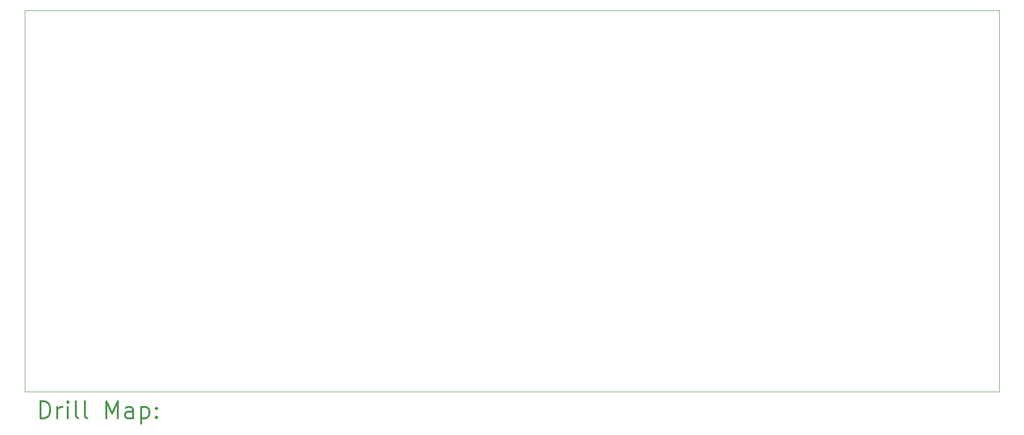
<source format=gbr>
%FSLAX45Y45*%
G04 Gerber Fmt 4.5, Leading zero omitted, Abs format (unit mm)*
G04 Created by KiCad (PCBNEW (5.1.10)-1) date 2021-10-04 14:19:28*
%MOMM*%
%LPD*%
G01*
G04 APERTURE LIST*
%TA.AperFunction,Profile*%
%ADD10C,0.100000*%
%TD*%
%ADD11C,0.200000*%
%ADD12C,0.300000*%
G04 APERTURE END LIST*
D10*
X23777000Y-13208000D02*
X23777000Y-6428000D01*
X23777000Y-6428000D02*
X6477000Y-6428000D01*
X6477000Y-13208000D02*
X23777000Y-13208000D01*
X6477000Y-6428000D02*
X6477000Y-13208000D01*
D11*
D12*
X6758428Y-13678714D02*
X6758428Y-13378714D01*
X6829857Y-13378714D01*
X6872714Y-13393000D01*
X6901286Y-13421571D01*
X6915571Y-13450143D01*
X6929857Y-13507286D01*
X6929857Y-13550143D01*
X6915571Y-13607286D01*
X6901286Y-13635857D01*
X6872714Y-13664429D01*
X6829857Y-13678714D01*
X6758428Y-13678714D01*
X7058428Y-13678714D02*
X7058428Y-13478714D01*
X7058428Y-13535857D02*
X7072714Y-13507286D01*
X7087000Y-13493000D01*
X7115571Y-13478714D01*
X7144143Y-13478714D01*
X7244143Y-13678714D02*
X7244143Y-13478714D01*
X7244143Y-13378714D02*
X7229857Y-13393000D01*
X7244143Y-13407286D01*
X7258428Y-13393000D01*
X7244143Y-13378714D01*
X7244143Y-13407286D01*
X7429857Y-13678714D02*
X7401286Y-13664429D01*
X7387000Y-13635857D01*
X7387000Y-13378714D01*
X7587000Y-13678714D02*
X7558428Y-13664429D01*
X7544143Y-13635857D01*
X7544143Y-13378714D01*
X7929857Y-13678714D02*
X7929857Y-13378714D01*
X8029857Y-13593000D01*
X8129857Y-13378714D01*
X8129857Y-13678714D01*
X8401286Y-13678714D02*
X8401286Y-13521571D01*
X8387000Y-13493000D01*
X8358428Y-13478714D01*
X8301286Y-13478714D01*
X8272714Y-13493000D01*
X8401286Y-13664429D02*
X8372714Y-13678714D01*
X8301286Y-13678714D01*
X8272714Y-13664429D01*
X8258428Y-13635857D01*
X8258428Y-13607286D01*
X8272714Y-13578714D01*
X8301286Y-13564429D01*
X8372714Y-13564429D01*
X8401286Y-13550143D01*
X8544143Y-13478714D02*
X8544143Y-13778714D01*
X8544143Y-13493000D02*
X8572714Y-13478714D01*
X8629857Y-13478714D01*
X8658428Y-13493000D01*
X8672714Y-13507286D01*
X8687000Y-13535857D01*
X8687000Y-13621571D01*
X8672714Y-13650143D01*
X8658428Y-13664429D01*
X8629857Y-13678714D01*
X8572714Y-13678714D01*
X8544143Y-13664429D01*
X8815571Y-13650143D02*
X8829857Y-13664429D01*
X8815571Y-13678714D01*
X8801286Y-13664429D01*
X8815571Y-13650143D01*
X8815571Y-13678714D01*
X8815571Y-13493000D02*
X8829857Y-13507286D01*
X8815571Y-13521571D01*
X8801286Y-13507286D01*
X8815571Y-13493000D01*
X8815571Y-13521571D01*
M02*

</source>
